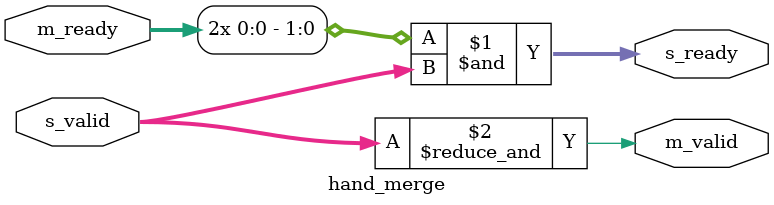
<source format=v>
module hand_merge #(
	parameter CHL = 2
)(
	input     [CHL -1:0] s_valid,
	output    [CHL -1:0] s_ready,
	
	output               m_valid,
	input                m_ready
);

// 感觉这里原作者的想法可能有点问题
// genvar i;
// genvar j;
// generate
// 	for(i=0; i<CHL; i=i+1)begin
// 		for(j=0; j<CHL; j=j+1)begin
// 			always @* begin
// 				s_ready[i] = m_ready;
// 				if(i != j)begin
// 					s_ready[i] = m_ready & s_valid[j];
// 				end
// 			end
// 		end
// 	end
// endgenerate

// update
assign s_ready = { CHL{m_ready} } & s_valid;

assign m_valid = (&s_valid);

endmodule
</source>
